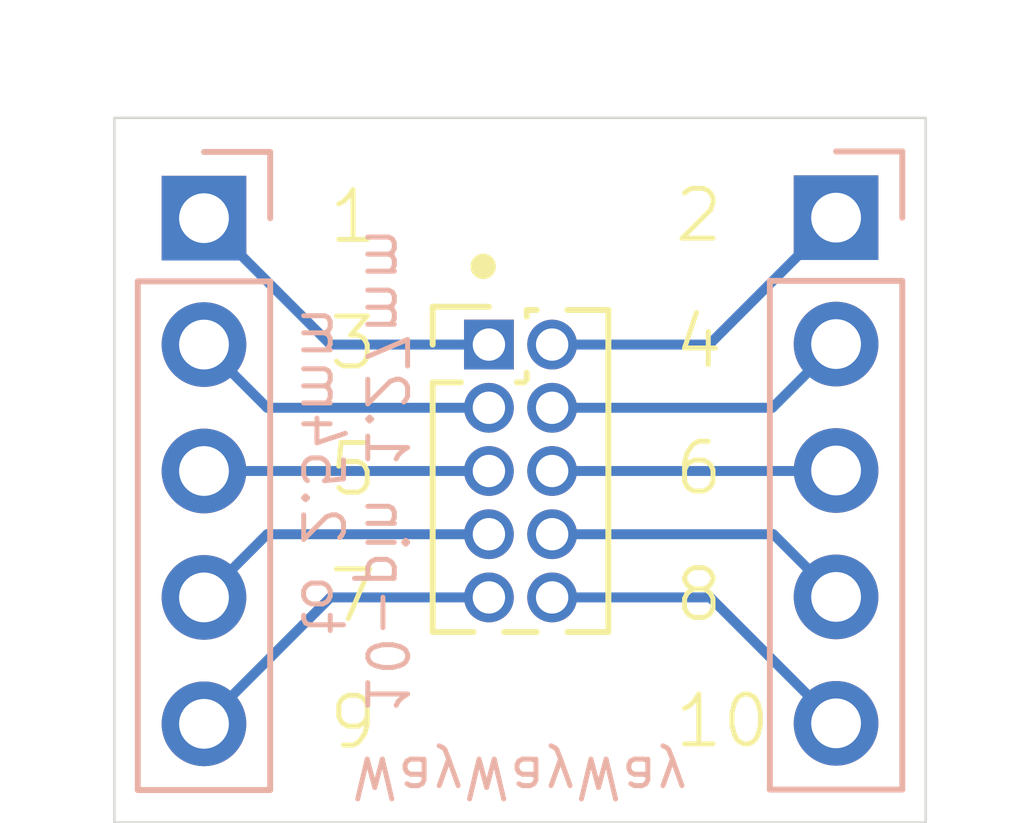
<source format=kicad_pcb>
(kicad_pcb (version 20241229) (generator "pcbnew") (generator_version "9.0")
  (title_block (title "10-pin 1.27mm pitch headers to 2.54mm pitch") (date "2025-12-12") (rev "1.0") (company "OÜ MAKEPROGRESS"))
  (layers (0 "F.Cu" signal) (2 "B.Cu" signal) (13 "F.Paste" user) (15 "B.Paste" user) (5 "F.SilkS" user "F.Silkscreen") (7 "B.SilkS" user "B.Silkscreen") (1 "F.Mask" user) (3 "B.Mask" user) (25 "Edge.Cuts" user))
  (net 0 "")
  (net 1 "Net-(J1-Pin_10)")
  (net 2 "Net-(J1-Pin_1)")
  (net 3 "Net-(J1-Pin_8)")
  (net 4 "Net-(J1-Pin_3)")
  (net 5 "Net-(J1-Pin_2)")
  (net 6 "Net-(J1-Pin_6)")
  (net 7 "Net-(J1-Pin_4)")
  (net 8 "Net-(J1-Pin_7)")
  (net 9 "Net-(J1-Pin_9)")
  (net 10 "Net-(J1-Pin_5)")
  (footprint "Connector_PinHeader_1.27mm:PinHeader_2x05_P1.27mm_Vertical" (layer "F.Cu") (at 102.8326 65.4774)
    (property "Reference" "J1" (hide yes))
    (property "Value" "Conn_02x10_Odd_Even")
    (fp_line (start -1.13 -0.76) (end 0 -0.76) (stroke (width 0.12)) (layer "F.SilkS"))
    (fp_line (start -1.13 0) (end -1.13 -0.76) (stroke (width 0.12)) (layer "F.SilkS"))
    (fp_line (start -1.13 0.76) (end -1.13 5.775) (stroke (width 0.12)) (layer "F.SilkS"))
    (fp_line (start -1.13 0.76) (end -0.563471 0.76) (stroke (width 0.12)) (layer "F.SilkS"))
    (fp_line (start -1.13 5.775) (end -0.30753 5.775) (stroke (width 0.12)) (layer "F.SilkS"))
    (fp_line (start 0.30753 5.775) (end 0.96247 5.775) (stroke (width 0.12)) (layer "F.SilkS"))
    (fp_line (start 0.563471 0.76) (end 0.706529 0.76) (stroke (width 0.12)) (layer "F.SilkS"))
    (fp_line (start 0.76 -0.695) (end 0.96247 -0.695) (stroke (width 0.12)) (layer "F.SilkS"))
    (fp_line (start 0.76 -0.563471) (end 0.76 -0.695) (stroke (width 0.12)) (layer "F.SilkS"))
    (fp_line (start 0.76 0.706529) (end 0.76 0.563471) (stroke (width 0.12)) (layer "F.SilkS"))
    (fp_line (start 1.57753 -0.695) (end 2.4 -0.695) (stroke (width 0.12)) (layer "F.SilkS"))
    (fp_line (start 1.57753 5.775) (end 2.4 5.775) (stroke (width 0.12)) (layer "F.SilkS"))
    (fp_line (start 2.4 -0.695) (end 2.4 5.775) (stroke (width 0.12)) (layer "F.SilkS"))
    (pad "1" thru_hole rect (at 0 0) (size 1 1) (drill 0.65) (layers "*.Cu" "*.Mask") (net 2 "Net-(J1-Pin_1)"))
    (pad "2" thru_hole oval (at 1.27 0) (size 1 1) (drill 0.65) (layers "*.Cu" "*.Mask") (net 5 "Net-(J1-Pin_2)"))
    (pad "3" thru_hole oval (at 0 1.27) (size 1 1) (drill 0.65) (layers "*.Cu" "*.Mask") (net 4 "Net-(J1-Pin_3)"))
    (pad "4" thru_hole oval (at 1.27 1.27) (size 1 1) (drill 0.65) (layers "*.Cu" "*.Mask") (net 7 "Net-(J1-Pin_4)"))
    (pad "5" thru_hole oval (at 0 2.54) (size 1 1) (drill 0.65) (layers "*.Cu" "*.Mask") (net 10 "Net-(J1-Pin_5)"))
    (pad "6" thru_hole oval (at 1.27 2.54) (size 1 1) (drill 0.65) (layers "*.Cu" "*.Mask") (net 6 "Net-(J1-Pin_6)"))
    (pad "7" thru_hole oval (at 0 3.81) (size 1 1) (drill 0.65) (layers "*.Cu" "*.Mask") (net 8 "Net-(J1-Pin_7)"))
    (pad "8" thru_hole oval (at 1.27 3.81) (size 1 1) (drill 0.65) (layers "*.Cu" "*.Mask") (net 3 "Net-(J1-Pin_8)"))
    (pad "9" thru_hole oval (at 0 5.08) (size 1 1) (drill 0.65) (layers "*.Cu" "*.Mask") (net 9 "Net-(J1-Pin_9)"))
    (pad "10" thru_hole oval (at 1.27 5.08) (size 1 1) (drill 0.65) (layers "*.Cu" "*.Mask") (net 1 "Net-(J1-Pin_10)"))
  )
  (footprint "Connector_PinHeader_2.54mm:PinHeader_1x05_P2.54mm_Vertical" (layer "B.Cu") (at 97.1076 62.9374 180)
    (property "Reference" "J2" (hide yes))
    (property "Value" "Conn_01x10_Pin")
    (fp_line (start 1.33 -1.27) (end 1.33 -11.49) (stroke (width 0.12)) (layer "B.SilkS"))
    (fp_line (start -1.33 1.33) (end 0 1.33) (stroke (width 0.12)) (layer "B.SilkS"))
    (fp_line (start -1.33 0) (end -1.33 1.33) (stroke (width 0.12)) (layer "B.SilkS"))
    (fp_line (start -1.33 -1.27) (end 1.33 -1.27) (stroke (width 0.12)) (layer "B.SilkS"))
    (fp_line (start -1.33 -1.27) (end -1.33 -11.49) (stroke (width 0.12)) (layer "B.SilkS"))
    (fp_line (start -1.33 -11.49) (end 1.33 -11.49) (stroke (width 0.12)) (layer "B.SilkS"))
    (pad "1" thru_hole rect (at 0 0 180) (size 1.7 1.7) (drill 1) (layers "*.Cu" "*.Mask") (net 2 "Net-(J1-Pin_1)"))
    (pad "2" thru_hole oval (at 0 -2.54 180) (size 1.7 1.7) (drill 1) (layers "*.Cu" "*.Mask") (net 4 "Net-(J1-Pin_3)"))
    (pad "3" thru_hole oval (at 0 -5.08 180) (size 1.7 1.7) (drill 1) (layers "*.Cu" "*.Mask") (net 10 "Net-(J1-Pin_5)"))
    (pad "4" thru_hole oval (at 0 -7.62 180) (size 1.7 1.7) (drill 1) (layers "*.Cu" "*.Mask") (net 8 "Net-(J1-Pin_7)"))
    (pad "5" thru_hole oval (at 0 -10.16 180) (size 1.7 1.7) (drill 1) (layers "*.Cu" "*.Mask") (net 9 "Net-(J1-Pin_9)"))
  )
  (footprint "Connector_PinHeader_2.54mm:PinHeader_1x05_P2.54mm_Vertical" (layer "B.Cu") (at 109.8076 62.9274 180)
    (property "Reference" "J3" (hide yes))
    (property "Value" "Conn_01x10_Pin")
    (fp_line (start 1.33 -1.27) (end 1.33 -11.49) (stroke (width 0.12)) (layer "B.SilkS"))
    (fp_line (start -1.33 1.33) (end 0 1.33) (stroke (width 0.12)) (layer "B.SilkS"))
    (fp_line (start -1.33 0) (end -1.33 1.33) (stroke (width 0.12)) (layer "B.SilkS"))
    (fp_line (start -1.33 -1.27) (end 1.33 -1.27) (stroke (width 0.12)) (layer "B.SilkS"))
    (fp_line (start -1.33 -1.27) (end -1.33 -11.49) (stroke (width 0.12)) (layer "B.SilkS"))
    (fp_line (start -1.33 -11.49) (end 1.33 -11.49) (stroke (width 0.12)) (layer "B.SilkS"))
    (pad "1" thru_hole rect (at 0 0 180) (size 1.7 1.7) (drill 1) (layers "*.Cu" "*.Mask") (net 5 "Net-(J1-Pin_2)"))
    (pad "2" thru_hole oval (at 0 -2.54 180) (size 1.7 1.7) (drill 1) (layers "*.Cu" "*.Mask") (net 7 "Net-(J1-Pin_4)"))
    (pad "3" thru_hole oval (at 0 -5.08 180) (size 1.7 1.7) (drill 1) (layers "*.Cu" "*.Mask") (net 6 "Net-(J1-Pin_6)"))
    (pad "4" thru_hole oval (at 0 -7.62 180) (size 1.7 1.7) (drill 1) (layers "*.Cu" "*.Mask") (net 3 "Net-(J1-Pin_8)"))
    (pad "5" thru_hole oval (at 0 -10.16 180) (size 1.7 1.7) (drill 1) (layers "*.Cu" "*.Mask") (net 1 "Net-(J1-Pin_10)"))
  )
  (gr_circle (center 102.7176 63.9064) (end 102.5176 63.9564) (stroke (width 0.1)) (fill yes) (layer "F.SilkS"))
  (gr_rect (start 95.3076 60.9224) (end 111.6076 75.0824) (stroke (width 0.05)) (fill no) (layer "Edge.Cuts"))
  (gr_text "1" (at 99.559981 63.4919 0) (layer "F.SilkS") (effects (font (size 1 1) (thickness 0.1)) (justify left bottom)))
  (gr_text "8" (at 106.5076 71.0869 0) (layer "F.SilkS") (effects (font (size 1 1) (thickness 0.1)) (justify left bottom)))
  (gr_text "7" (at 99.559981 71.1119 0) (layer "F.SilkS") (effects (font (size 1 1) (thickness 0.1)) (justify left bottom)))
  (gr_text "5" (at 99.559981 68.5719 0) (layer "F.SilkS") (effects (font (size 1 1) (thickness 0.1)) (justify left bottom)))
  (gr_text "9" (at 99.559981 73.6519 0) (layer "F.SilkS") (effects (font (size 1 1) (thickness 0.1)) (justify left bottom)))
  (gr_text "3" (at 99.559981 66.0319 0) (layer "F.SilkS") (effects (font (size 1 1) (thickness 0.1)) (justify left bottom)))
  (gr_text "4" (at 106.5076 66.0069 0) (layer "F.SilkS") (effects (font (size 1 1) (thickness 0.1)) (justify left bottom)))
  (gr_text "2" (at 106.5076 63.4669 0) (layer "F.SilkS") (effects (font (size 1 1) (thickness 0.1)) (justify left bottom)))
  (gr_text "6" (at 106.5076 68.5469 0) (layer "F.SilkS") (effects (font (size 1 1) (thickness 0.1)) (justify left bottom)))
  (gr_text "10" (at 106.5076 73.6269 0) (layer "F.SilkS") (effects (font (size 1 1) (thickness 0.1)) (justify left bottom)))
  (gr_text "WayWayWay" (at 100.01617 73.7024 180) (layer "B.SilkS") (effects (font (size 0.8 0.8) (thickness 0.1)) (justify left bottom mirror)))
  (gr_text "10-pin 1.27mm\nto 2.54mm" (at 99.0076 68.0024 270) (layer "B.SilkS") (effects (font (size 0.8 0.8) (thickness 0.1)) (justify bottom mirror)))
  (segment (start 104.1026 70.5574) (end 107.2776 70.5574) (width 0.2) (layer "B.Cu") (net 1))
  (segment (start 107.2776 70.5574) (end 109.8076 73.0874) (width 0.2) (layer "B.Cu") (net 1))
  (segment (start 102.8326 65.4774) (end 99.6476 65.4774) (width 0.2) (layer "B.Cu") (net 2))
  (segment (start 99.6476 65.4774) (end 97.1076 62.9374) (width 0.2) (layer "B.Cu") (net 2))
  (segment (start 104.1026 69.2874) (end 108.5476 69.2874) (width 0.2) (layer "B.Cu") (net 3))
  (segment (start 108.5476 69.2874) (end 109.8076 70.5474) (width 0.2) (layer "B.Cu") (net 3))
  (segment (start 98.3776 66.7474) (end 97.1076 65.4774) (width 0.2) (layer "B.Cu") (net 4))
  (segment (start 102.8326 66.7474) (end 98.3776 66.7474) (width 0.2) (layer "B.Cu") (net 4))
  (segment (start 107.2576 65.4774) (end 109.8076 62.9274) (width 0.2) (layer "B.Cu") (net 5))
  (segment (start 104.1026 65.4774) (end 107.2576 65.4774) (width 0.2) (layer "B.Cu") (net 5))
  (segment (start 109.7976 68.0174) (end 109.8076 68.0074) (width 0.2) (layer "B.Cu") (net 6))
  (segment (start 104.1026 68.0174) (end 109.7976 68.0174) (width 0.2) (layer "B.Cu") (net 6))
  (segment (start 108.5276 66.7474) (end 109.8076 65.4674) (width 0.2) (layer "B.Cu") (net 7))
  (segment (start 104.1026 66.7474) (end 108.5276 66.7474) (width 0.2) (layer "B.Cu") (net 7))
  (segment (start 98.3776 69.2874) (end 97.1076 70.5574) (width 0.2) (layer "B.Cu") (net 8))
  (segment (start 102.8326 69.2874) (end 98.3776 69.2874) (width 0.2) (layer "B.Cu") (net 8))
  (segment (start 102.8326 70.5574) (end 99.6476 70.5574) (width 0.2) (layer "B.Cu") (net 9))
  (segment (start 99.6476 70.5574) (end 97.1076 73.0974) (width 0.2) (layer "B.Cu") (net 9))
  (segment (start 102.8326 68.0174) (end 97.1076 68.0174) (width 0.2) (layer "B.Cu") (net 10))
)
</source>
